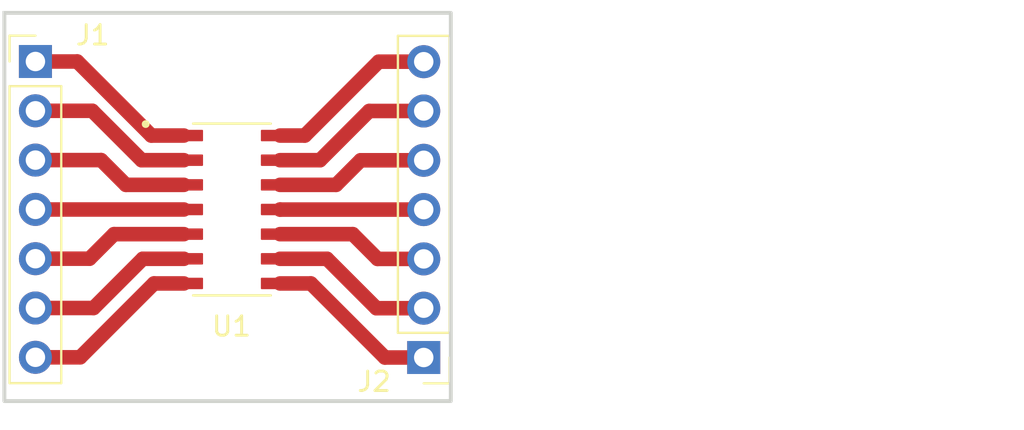
<source format=kicad_pcb>
(kicad_pcb (version 20221018) (generator pcbnew)
  (layers (0 "F.Cu" signal) (31 "B.Cu" signal) (34 "B.Paste" user) (35 "F.Paste" user) (36 "B.SilkS" user "B.Silkscreen") (37 "F.SilkS" user "F.Silkscreen") (38 "B.Mask" user) (39 "F.Mask" user) (44 "Edge.Cuts" user))
  (net 0 "")
  (net 1 "Net-(J1-Pin_1)")
  (net 2 "Net-(J1-Pin_2)")
  (net 3 "Net-(J1-Pin_3)")
  (net 4 "+5V")
  (net 5 "Net-(J1-Pin_5)")
  (net 6 "Net-(J1-Pin_6)")
  (net 7 "Net-(J1-Pin_7)")
  (net 8 "Net-(J2-Pin_1)")
  (net 9 "Net-(J2-Pin_2)")
  (net 10 "Net-(J2-Pin_3)")
  (net 11 "GND")
  (net 12 "Net-(J2-Pin_5)")
  (net 13 "Net-(J2-Pin_6)")
  (net 14 "Net-(J2-Pin_7)")
  (footprint "Connector_PinHeader_2.54mm:PinHeader_1x07_P2.54mm_Vertical" (layer "F.Cu") (at 55.555 56.655 180)
    (fp_text reference "J2" (at 2.555 -1.245) (layer "F.SilkS"))
    (fp_text value "Conn_01x07_Pin")
    (fp_line (start -1.33 -1.33) (end 0 -1.33) (stroke (width 0.12)) (layer "F.SilkS"))
    (fp_line (start -1.33 0) (end -1.33 -1.33) (stroke (width 0.12)) (layer "F.SilkS"))
    (fp_line (start -1.33 1.27) (end -1.33 16.57) (stroke (width 0.12)) (layer "F.SilkS"))
    (fp_line (start -1.33 1.27) (end 1.33 1.27) (stroke (width 0.12)) (layer "F.SilkS"))
    (fp_line (start -1.33 16.57) (end 1.33 16.57) (stroke (width 0.12)) (layer "F.SilkS"))
    (fp_line (start 1.33 1.27) (end 1.33 16.57) (stroke (width 0.12)) (layer "F.SilkS"))
    (pad "1" thru_hole rect (at 0 0 180) (size 1.7 1.7) (drill 1) (layers "*.Cu" "*.Mask") (net 8 "Net-(J2-Pin_1)"))
    (pad "2" thru_hole oval (at 0 2.54 180) (size 1.7 1.7) (drill 1) (layers "*.Cu" "*.Mask") (net 9 "Net-(J2-Pin_2)"))
    (pad "3" thru_hole oval (at 0 5.08 180) (size 1.7 1.7) (drill 1) (layers "*.Cu" "*.Mask") (net 10 "Net-(J2-Pin_3)"))
    (pad "4" thru_hole oval (at 0 7.62 180) (size 1.7 1.7) (drill 1) (layers "*.Cu" "*.Mask") (net 11 "GND"))
    (pad "5" thru_hole oval (at 0 10.16 180) (size 1.7 1.7) (drill 1) (layers "*.Cu" "*.Mask") (net 12 "Net-(J2-Pin_5)"))
    (pad "6" thru_hole oval (at 0 12.7 180) (size 1.7 1.7) (drill 1) (layers "*.Cu" "*.Mask") (net 13 "Net-(J2-Pin_6)"))
    (pad "7" thru_hole oval (at 0 15.24 180) (size 1.7 1.7) (drill 1) (layers "*.Cu" "*.Mask") (net 14 "Net-(J2-Pin_7)"))
  )
  (footprint "Connector_PinHeader_2.54mm:PinHeader_1x07_P2.54mm_Vertical" (layer "F.Cu") (at 35.55 41.405)
    (fp_text reference "J1" (at 2.95 -1.355) (layer "F.SilkS"))
    (fp_text value "Conn_01x07_Pin")
    (fp_line (start -1.33 -1.33) (end 0 -1.33) (stroke (width 0.12)) (layer "F.SilkS"))
    (fp_line (start -1.33 0) (end -1.33 -1.33) (stroke (width 0.12)) (layer "F.SilkS"))
    (fp_line (start -1.33 1.27) (end -1.33 16.57) (stroke (width 0.12)) (layer "F.SilkS"))
    (fp_line (start -1.33 1.27) (end 1.33 1.27) (stroke (width 0.12)) (layer "F.SilkS"))
    (fp_line (start -1.33 16.57) (end 1.33 16.57) (stroke (width 0.12)) (layer "F.SilkS"))
    (fp_line (start 1.33 1.27) (end 1.33 16.57) (stroke (width 0.12)) (layer "F.SilkS"))
    (pad "1" thru_hole rect (at 0 0) (size 1.7 1.7) (drill 1) (layers "*.Cu" "*.Mask") (net 1 "Net-(J1-Pin_1)"))
    (pad "2" thru_hole oval (at 0 2.54) (size 1.7 1.7) (drill 1) (layers "*.Cu" "*.Mask") (net 2 "Net-(J1-Pin_2)"))
    (pad "3" thru_hole oval (at 0 5.08) (size 1.7 1.7) (drill 1) (layers "*.Cu" "*.Mask") (net 3 "Net-(J1-Pin_3)"))
    (pad "4" thru_hole oval (at 0 7.62) (size 1.7 1.7) (drill 1) (layers "*.Cu" "*.Mask") (net 4 "+5V"))
    (pad "5" thru_hole oval (at 0 10.16) (size 1.7 1.7) (drill 1) (layers "*.Cu" "*.Mask") (net 5 "Net-(J1-Pin_5)"))
    (pad "6" thru_hole oval (at 0 12.7) (size 1.7 1.7) (drill 1) (layers "*.Cu" "*.Mask") (net 6 "Net-(J1-Pin_6)"))
    (pad "7" thru_hole oval (at 0 15.24) (size 1.7 1.7) (drill 1) (layers "*.Cu" "*.Mask") (net 7 "Net-(J1-Pin_7)"))
  )
  (footprint "MAX9108ESD_:SOIC127P600X175-14N" (layer "F.Cu") (at 45.675 49.03)
    (fp_text reference "U1" (at -0.025 6.02) (layer "F.SilkS"))
    (fp_text value "MAX9108ESD_")
    (fp_line (start -2 -4.425) (end 2 -4.425) (stroke (width 0.127)) (layer "F.SilkS"))
    (fp_line (start -2 4.425) (end 2 4.425) (stroke (width 0.127)) (layer "F.SilkS"))
    (fp_circle (center -4.445 -4.4) (end -4.345 -4.4) (stroke (width 0.2)) (fill none) (layer "F.SilkS"))
    (pad "1" smd roundrect (at -2.475 -3.81) (size 1.97 0.59) (layers "F.Cu" "F.Paste" "F.Mask") (roundrect_rratio 0.07) (net 1 "Net-(J1-Pin_1)"))
    (pad "2" smd roundrect (at -2.475 -2.54) (size 1.97 0.59) (layers "F.Cu" "F.Paste" "F.Mask") (roundrect_rratio 0.07) (net 2 "Net-(J1-Pin_2)"))
    (pad "3" smd roundrect (at -2.475 -1.27) (size 1.97 0.59) (layers "F.Cu" "F.Paste" "F.Mask") (roundrect_rratio 0.07) (net 3 "Net-(J1-Pin_3)"))
    (pad "4" smd roundrect (at -2.475 0) (size 1.97 0.59) (layers "F.Cu" "F.Paste" "F.Mask") (roundrect_rratio 0.07) (net 4 "+5V"))
    (pad "5" smd roundrect (at -2.475 1.27) (size 1.97 0.59) (layers "F.Cu" "F.Paste" "F.Mask") (roundrect_rratio 0.07) (net 5 "Net-(J1-Pin_5)"))
    (pad "6" smd roundrect (at -2.475 2.54) (size 1.97 0.59) (layers "F.Cu" "F.Paste" "F.Mask") (roundrect_rratio 0.07) (net 6 "Net-(J1-Pin_6)"))
    (pad "7" smd roundrect (at -2.475 3.81) (size 1.97 0.59) (layers "F.Cu" "F.Paste" "F.Mask") (roundrect_rratio 0.07) (net 7 "Net-(J1-Pin_7)"))
    (pad "8" smd roundrect (at 2.475 3.81) (size 1.97 0.59) (layers "F.Cu" "F.Paste" "F.Mask") (roundrect_rratio 0.07) (net 8 "Net-(J2-Pin_1)"))
    (pad "9" smd roundrect (at 2.475 2.54) (size 1.97 0.59) (layers "F.Cu" "F.Paste" "F.Mask") (roundrect_rratio 0.07) (net 9 "Net-(J2-Pin_2)"))
    (pad "10" smd roundrect (at 2.475 1.27) (size 1.97 0.59) (layers "F.Cu" "F.Paste" "F.Mask") (roundrect_rratio 0.07) (net 10 "Net-(J2-Pin_3)"))
    (pad "11" smd roundrect (at 2.475 0) (size 1.97 0.59) (layers "F.Cu" "F.Paste" "F.Mask") (roundrect_rratio 0.07) (net 11 "GND"))
    (pad "12" smd roundrect (at 2.475 -1.27) (size 1.97 0.59) (layers "F.Cu" "F.Paste" "F.Mask") (roundrect_rratio 0.07) (net 12 "Net-(J2-Pin_5)"))
    (pad "13" smd roundrect (at 2.475 -2.54) (size 1.97 0.59) (layers "F.Cu" "F.Paste" "F.Mask") (roundrect_rratio 0.07) (net 13 "Net-(J2-Pin_6)"))
    (pad "14" smd roundrect (at 2.475 -3.81) (size 1.97 0.59) (layers "F.Cu" "F.Paste" "F.Mask") (roundrect_rratio 0.07) (net 14 "Net-(J2-Pin_7)"))
  )
  (gr_rect (start 33.95 38.9) (end 56.95 58.9) (stroke (width 0.2)) (fill none) (layer "Edge.Cuts"))
  (segment (start 43.2 45.22) (end 41.52 45.22) (width 0.75) (layer "F.Cu") (net 1))
  (segment (start 37.705 41.405) (end 35.55 41.405) (width 0.75) (layer "F.Cu") (net 1))
  (segment (start 41.52 45.22) (end 37.705 41.405) (width 0.75) (layer "F.Cu") (net 1))
  (segment (start 41.022234 46.49) (end 38.477234 43.945) (width 0.75) (layer "F.Cu") (net 2))
  (segment (start 38.477234 43.945) (end 35.55 43.945) (width 0.75) (layer "F.Cu") (net 2))
  (segment (start 43.2 46.49) (end 41.022234 46.49) (width 0.75) (layer "F.Cu") (net 2))
  (segment (start 40.21 47.76) (end 38.935 46.485) (width 0.75) (layer "F.Cu") (net 3))
  (segment (start 43.2 47.76) (end 40.21 47.76) (width 0.75) (layer "F.Cu") (net 3))
  (segment (start 38.935 46.485) (end 35.55 46.485) (width 0.75) (layer "F.Cu") (net 3))
  (segment (start 35.555 49.03) (end 35.55 49.025) (width 0.75) (layer "F.Cu") (net 4))
  (segment (start 43.2 49.03) (end 35.555 49.03) (width 0.75) (layer "F.Cu") (net 4))
  (segment (start 35.55 51.565) (end 38.335 51.565) (width 0.75) (layer "F.Cu") (net 5))
  (segment (start 39.6 50.3) (end 43.2 50.3) (width 0.75) (layer "F.Cu") (net 5))
  (segment (start 38.335 51.565) (end 39.6 50.3) (width 0.75) (layer "F.Cu") (net 5))
  (segment (start 41.08 51.57) (end 38.545 54.105) (width 0.75) (layer "F.Cu") (net 6))
  (segment (start 38.545 54.105) (end 35.55 54.105) (width 0.75) (layer "F.Cu") (net 6))
  (segment (start 43.2 51.57) (end 41.08 51.57) (width 0.75) (layer "F.Cu") (net 6))
  (segment (start 43.2 52.84) (end 41.66 52.84) (width 0.75) (layer "F.Cu") (net 7))
  (segment (start 37.855 56.645) (end 35.55 56.645) (width 0.75) (layer "F.Cu") (net 7))
  (segment (start 41.66 52.84) (end 37.855 56.645) (width 0.75) (layer "F.Cu") (net 7))
  (segment (start 53.555 56.655) (end 55.555 56.655) (width 0.75) (layer "F.Cu") (net 8))
  (segment (start 48.15 52.84) (end 49.74 52.84) (width 0.75) (layer "F.Cu") (net 8))
  (segment (start 49.74 52.84) (end 53.555 56.655) (width 0.75) (layer "F.Cu") (net 8))
  (segment (start 48.15 51.57) (end 50.57 51.57) (width 0.75) (layer "F.Cu") (net 9))
  (segment (start 53.115 54.115) (end 55.555 54.115) (width 0.75) (layer "F.Cu") (net 9))
  (segment (start 50.57 51.57) (end 53.115 54.115) (width 0.75) (layer "F.Cu") (net 9))
  (segment (start 48.15 50.3) (end 51.9 50.3) (width 0.75) (layer "F.Cu") (net 10))
  (segment (start 51.9 50.3) (end 53.175 51.575) (width 0.75) (layer "F.Cu") (net 10))
  (segment (start 53.175 51.575) (end 55.555 51.575) (width 0.75) (layer "F.Cu") (net 10))
  (segment (start 48.155 49.035) (end 48.15 49.03) (width 0.75) (layer "F.Cu") (net 11))
  (segment (start 55.555 49.035) (end 48.155 49.035) (width 0.75) (layer "F.Cu") (net 11))
  (segment (start 48.15 47.76) (end 51.04 47.76) (width 0.75) (layer "F.Cu") (net 12))
  (segment (start 52.305 46.495) (end 55.555 46.495) (width 0.75) (layer "F.Cu") (net 12))
  (segment (start 51.04 47.76) (end 52.305 46.495) (width 0.75) (layer "F.Cu") (net 12))
  (segment (start 48.15 46.49) (end 50.21 46.49) (width 0.75) (layer "F.Cu") (net 13))
  (segment (start 50.21 46.49) (end 52.745 43.955) (width 0.75) (layer "F.Cu") (net 13))
  (segment (start 52.745 43.955) (end 55.555 43.955) (width 0.75) (layer "F.Cu") (net 13))
  (segment (start 49.43 45.22) (end 53.235 41.415) (width 0.75) (layer "F.Cu") (net 14))
  (segment (start 53.235 41.415) (end 55.555 41.415) (width 0.75) (layer "F.Cu") (net 14))
  (segment (start 48.15 45.22) (end 49.43 45.22) (width 0.75) (layer "F.Cu") (net 14))
)
</source>
